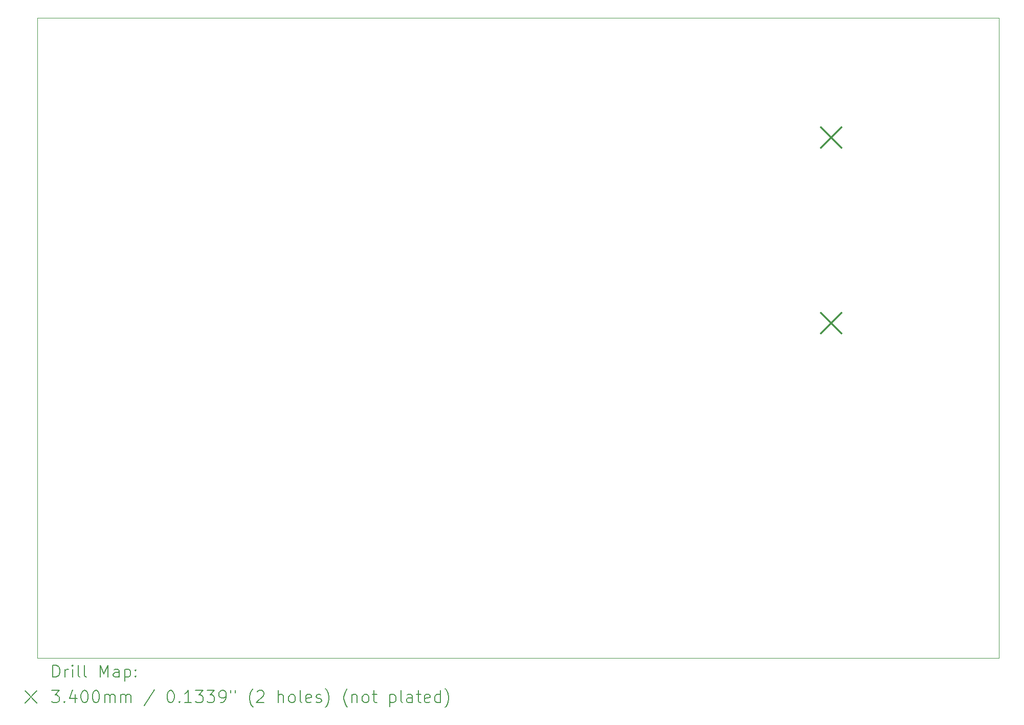
<source format=gbr>
%TF.GenerationSoftware,KiCad,Pcbnew,7.0.6*%
%TF.CreationDate,2023-11-30T13:04:14+07:00*%
%TF.ProjectId,testboard,74657374-626f-4617-9264-2e6b69636164,rev?*%
%TF.SameCoordinates,Original*%
%TF.FileFunction,Drillmap*%
%TF.FilePolarity,Positive*%
%FSLAX45Y45*%
G04 Gerber Fmt 4.5, Leading zero omitted, Abs format (unit mm)*
G04 Created by KiCad (PCBNEW 7.0.6) date 2023-11-30 13:04:14*
%MOMM*%
%LPD*%
G01*
G04 APERTURE LIST*
%ADD10C,0.100000*%
%ADD11C,0.200000*%
%ADD12C,0.340000*%
G04 APERTURE END LIST*
D10*
X8662000Y-4612000D02*
X24583000Y-4612000D01*
X24583000Y-15216000D01*
X8662000Y-15216000D01*
X8662000Y-4612000D01*
D11*
D12*
X21630750Y-6427500D02*
X21970750Y-6767500D01*
X21970750Y-6427500D02*
X21630750Y-6767500D01*
X21630750Y-9502500D02*
X21970750Y-9842500D01*
X21970750Y-9502500D02*
X21630750Y-9842500D01*
D11*
X8917777Y-15532484D02*
X8917777Y-15332484D01*
X8917777Y-15332484D02*
X8965396Y-15332484D01*
X8965396Y-15332484D02*
X8993967Y-15342008D01*
X8993967Y-15342008D02*
X9013015Y-15361055D01*
X9013015Y-15361055D02*
X9022539Y-15380103D01*
X9022539Y-15380103D02*
X9032063Y-15418198D01*
X9032063Y-15418198D02*
X9032063Y-15446769D01*
X9032063Y-15446769D02*
X9022539Y-15484865D01*
X9022539Y-15484865D02*
X9013015Y-15503912D01*
X9013015Y-15503912D02*
X8993967Y-15522960D01*
X8993967Y-15522960D02*
X8965396Y-15532484D01*
X8965396Y-15532484D02*
X8917777Y-15532484D01*
X9117777Y-15532484D02*
X9117777Y-15399150D01*
X9117777Y-15437246D02*
X9127301Y-15418198D01*
X9127301Y-15418198D02*
X9136824Y-15408674D01*
X9136824Y-15408674D02*
X9155872Y-15399150D01*
X9155872Y-15399150D02*
X9174920Y-15399150D01*
X9241586Y-15532484D02*
X9241586Y-15399150D01*
X9241586Y-15332484D02*
X9232063Y-15342008D01*
X9232063Y-15342008D02*
X9241586Y-15351531D01*
X9241586Y-15351531D02*
X9251110Y-15342008D01*
X9251110Y-15342008D02*
X9241586Y-15332484D01*
X9241586Y-15332484D02*
X9241586Y-15351531D01*
X9365396Y-15532484D02*
X9346348Y-15522960D01*
X9346348Y-15522960D02*
X9336824Y-15503912D01*
X9336824Y-15503912D02*
X9336824Y-15332484D01*
X9470158Y-15532484D02*
X9451110Y-15522960D01*
X9451110Y-15522960D02*
X9441586Y-15503912D01*
X9441586Y-15503912D02*
X9441586Y-15332484D01*
X9698729Y-15532484D02*
X9698729Y-15332484D01*
X9698729Y-15332484D02*
X9765396Y-15475341D01*
X9765396Y-15475341D02*
X9832063Y-15332484D01*
X9832063Y-15332484D02*
X9832063Y-15532484D01*
X10013015Y-15532484D02*
X10013015Y-15427722D01*
X10013015Y-15427722D02*
X10003491Y-15408674D01*
X10003491Y-15408674D02*
X9984444Y-15399150D01*
X9984444Y-15399150D02*
X9946348Y-15399150D01*
X9946348Y-15399150D02*
X9927301Y-15408674D01*
X10013015Y-15522960D02*
X9993967Y-15532484D01*
X9993967Y-15532484D02*
X9946348Y-15532484D01*
X9946348Y-15532484D02*
X9927301Y-15522960D01*
X9927301Y-15522960D02*
X9917777Y-15503912D01*
X9917777Y-15503912D02*
X9917777Y-15484865D01*
X9917777Y-15484865D02*
X9927301Y-15465817D01*
X9927301Y-15465817D02*
X9946348Y-15456293D01*
X9946348Y-15456293D02*
X9993967Y-15456293D01*
X9993967Y-15456293D02*
X10013015Y-15446769D01*
X10108253Y-15399150D02*
X10108253Y-15599150D01*
X10108253Y-15408674D02*
X10127301Y-15399150D01*
X10127301Y-15399150D02*
X10165396Y-15399150D01*
X10165396Y-15399150D02*
X10184444Y-15408674D01*
X10184444Y-15408674D02*
X10193967Y-15418198D01*
X10193967Y-15418198D02*
X10203491Y-15437246D01*
X10203491Y-15437246D02*
X10203491Y-15494388D01*
X10203491Y-15494388D02*
X10193967Y-15513436D01*
X10193967Y-15513436D02*
X10184444Y-15522960D01*
X10184444Y-15522960D02*
X10165396Y-15532484D01*
X10165396Y-15532484D02*
X10127301Y-15532484D01*
X10127301Y-15532484D02*
X10108253Y-15522960D01*
X10289205Y-15513436D02*
X10298729Y-15522960D01*
X10298729Y-15522960D02*
X10289205Y-15532484D01*
X10289205Y-15532484D02*
X10279682Y-15522960D01*
X10279682Y-15522960D02*
X10289205Y-15513436D01*
X10289205Y-15513436D02*
X10289205Y-15532484D01*
X10289205Y-15408674D02*
X10298729Y-15418198D01*
X10298729Y-15418198D02*
X10289205Y-15427722D01*
X10289205Y-15427722D02*
X10279682Y-15418198D01*
X10279682Y-15418198D02*
X10289205Y-15408674D01*
X10289205Y-15408674D02*
X10289205Y-15427722D01*
X8457000Y-15761000D02*
X8657000Y-15961000D01*
X8657000Y-15761000D02*
X8457000Y-15961000D01*
X8898729Y-15752484D02*
X9022539Y-15752484D01*
X9022539Y-15752484D02*
X8955872Y-15828674D01*
X8955872Y-15828674D02*
X8984444Y-15828674D01*
X8984444Y-15828674D02*
X9003491Y-15838198D01*
X9003491Y-15838198D02*
X9013015Y-15847722D01*
X9013015Y-15847722D02*
X9022539Y-15866769D01*
X9022539Y-15866769D02*
X9022539Y-15914388D01*
X9022539Y-15914388D02*
X9013015Y-15933436D01*
X9013015Y-15933436D02*
X9003491Y-15942960D01*
X9003491Y-15942960D02*
X8984444Y-15952484D01*
X8984444Y-15952484D02*
X8927301Y-15952484D01*
X8927301Y-15952484D02*
X8908253Y-15942960D01*
X8908253Y-15942960D02*
X8898729Y-15933436D01*
X9108253Y-15933436D02*
X9117777Y-15942960D01*
X9117777Y-15942960D02*
X9108253Y-15952484D01*
X9108253Y-15952484D02*
X9098729Y-15942960D01*
X9098729Y-15942960D02*
X9108253Y-15933436D01*
X9108253Y-15933436D02*
X9108253Y-15952484D01*
X9289205Y-15819150D02*
X9289205Y-15952484D01*
X9241586Y-15742960D02*
X9193967Y-15885817D01*
X9193967Y-15885817D02*
X9317777Y-15885817D01*
X9432063Y-15752484D02*
X9451110Y-15752484D01*
X9451110Y-15752484D02*
X9470158Y-15762008D01*
X9470158Y-15762008D02*
X9479682Y-15771531D01*
X9479682Y-15771531D02*
X9489205Y-15790579D01*
X9489205Y-15790579D02*
X9498729Y-15828674D01*
X9498729Y-15828674D02*
X9498729Y-15876293D01*
X9498729Y-15876293D02*
X9489205Y-15914388D01*
X9489205Y-15914388D02*
X9479682Y-15933436D01*
X9479682Y-15933436D02*
X9470158Y-15942960D01*
X9470158Y-15942960D02*
X9451110Y-15952484D01*
X9451110Y-15952484D02*
X9432063Y-15952484D01*
X9432063Y-15952484D02*
X9413015Y-15942960D01*
X9413015Y-15942960D02*
X9403491Y-15933436D01*
X9403491Y-15933436D02*
X9393967Y-15914388D01*
X9393967Y-15914388D02*
X9384444Y-15876293D01*
X9384444Y-15876293D02*
X9384444Y-15828674D01*
X9384444Y-15828674D02*
X9393967Y-15790579D01*
X9393967Y-15790579D02*
X9403491Y-15771531D01*
X9403491Y-15771531D02*
X9413015Y-15762008D01*
X9413015Y-15762008D02*
X9432063Y-15752484D01*
X9622539Y-15752484D02*
X9641586Y-15752484D01*
X9641586Y-15752484D02*
X9660634Y-15762008D01*
X9660634Y-15762008D02*
X9670158Y-15771531D01*
X9670158Y-15771531D02*
X9679682Y-15790579D01*
X9679682Y-15790579D02*
X9689205Y-15828674D01*
X9689205Y-15828674D02*
X9689205Y-15876293D01*
X9689205Y-15876293D02*
X9679682Y-15914388D01*
X9679682Y-15914388D02*
X9670158Y-15933436D01*
X9670158Y-15933436D02*
X9660634Y-15942960D01*
X9660634Y-15942960D02*
X9641586Y-15952484D01*
X9641586Y-15952484D02*
X9622539Y-15952484D01*
X9622539Y-15952484D02*
X9603491Y-15942960D01*
X9603491Y-15942960D02*
X9593967Y-15933436D01*
X9593967Y-15933436D02*
X9584444Y-15914388D01*
X9584444Y-15914388D02*
X9574920Y-15876293D01*
X9574920Y-15876293D02*
X9574920Y-15828674D01*
X9574920Y-15828674D02*
X9584444Y-15790579D01*
X9584444Y-15790579D02*
X9593967Y-15771531D01*
X9593967Y-15771531D02*
X9603491Y-15762008D01*
X9603491Y-15762008D02*
X9622539Y-15752484D01*
X9774920Y-15952484D02*
X9774920Y-15819150D01*
X9774920Y-15838198D02*
X9784444Y-15828674D01*
X9784444Y-15828674D02*
X9803491Y-15819150D01*
X9803491Y-15819150D02*
X9832063Y-15819150D01*
X9832063Y-15819150D02*
X9851110Y-15828674D01*
X9851110Y-15828674D02*
X9860634Y-15847722D01*
X9860634Y-15847722D02*
X9860634Y-15952484D01*
X9860634Y-15847722D02*
X9870158Y-15828674D01*
X9870158Y-15828674D02*
X9889205Y-15819150D01*
X9889205Y-15819150D02*
X9917777Y-15819150D01*
X9917777Y-15819150D02*
X9936825Y-15828674D01*
X9936825Y-15828674D02*
X9946348Y-15847722D01*
X9946348Y-15847722D02*
X9946348Y-15952484D01*
X10041586Y-15952484D02*
X10041586Y-15819150D01*
X10041586Y-15838198D02*
X10051110Y-15828674D01*
X10051110Y-15828674D02*
X10070158Y-15819150D01*
X10070158Y-15819150D02*
X10098729Y-15819150D01*
X10098729Y-15819150D02*
X10117777Y-15828674D01*
X10117777Y-15828674D02*
X10127301Y-15847722D01*
X10127301Y-15847722D02*
X10127301Y-15952484D01*
X10127301Y-15847722D02*
X10136825Y-15828674D01*
X10136825Y-15828674D02*
X10155872Y-15819150D01*
X10155872Y-15819150D02*
X10184444Y-15819150D01*
X10184444Y-15819150D02*
X10203491Y-15828674D01*
X10203491Y-15828674D02*
X10213015Y-15847722D01*
X10213015Y-15847722D02*
X10213015Y-15952484D01*
X10603491Y-15742960D02*
X10432063Y-16000103D01*
X10860634Y-15752484D02*
X10879682Y-15752484D01*
X10879682Y-15752484D02*
X10898729Y-15762008D01*
X10898729Y-15762008D02*
X10908253Y-15771531D01*
X10908253Y-15771531D02*
X10917777Y-15790579D01*
X10917777Y-15790579D02*
X10927301Y-15828674D01*
X10927301Y-15828674D02*
X10927301Y-15876293D01*
X10927301Y-15876293D02*
X10917777Y-15914388D01*
X10917777Y-15914388D02*
X10908253Y-15933436D01*
X10908253Y-15933436D02*
X10898729Y-15942960D01*
X10898729Y-15942960D02*
X10879682Y-15952484D01*
X10879682Y-15952484D02*
X10860634Y-15952484D01*
X10860634Y-15952484D02*
X10841587Y-15942960D01*
X10841587Y-15942960D02*
X10832063Y-15933436D01*
X10832063Y-15933436D02*
X10822539Y-15914388D01*
X10822539Y-15914388D02*
X10813015Y-15876293D01*
X10813015Y-15876293D02*
X10813015Y-15828674D01*
X10813015Y-15828674D02*
X10822539Y-15790579D01*
X10822539Y-15790579D02*
X10832063Y-15771531D01*
X10832063Y-15771531D02*
X10841587Y-15762008D01*
X10841587Y-15762008D02*
X10860634Y-15752484D01*
X11013015Y-15933436D02*
X11022539Y-15942960D01*
X11022539Y-15942960D02*
X11013015Y-15952484D01*
X11013015Y-15952484D02*
X11003491Y-15942960D01*
X11003491Y-15942960D02*
X11013015Y-15933436D01*
X11013015Y-15933436D02*
X11013015Y-15952484D01*
X11213015Y-15952484D02*
X11098729Y-15952484D01*
X11155872Y-15952484D02*
X11155872Y-15752484D01*
X11155872Y-15752484D02*
X11136825Y-15781055D01*
X11136825Y-15781055D02*
X11117777Y-15800103D01*
X11117777Y-15800103D02*
X11098729Y-15809627D01*
X11279682Y-15752484D02*
X11403491Y-15752484D01*
X11403491Y-15752484D02*
X11336825Y-15828674D01*
X11336825Y-15828674D02*
X11365396Y-15828674D01*
X11365396Y-15828674D02*
X11384444Y-15838198D01*
X11384444Y-15838198D02*
X11393967Y-15847722D01*
X11393967Y-15847722D02*
X11403491Y-15866769D01*
X11403491Y-15866769D02*
X11403491Y-15914388D01*
X11403491Y-15914388D02*
X11393967Y-15933436D01*
X11393967Y-15933436D02*
X11384444Y-15942960D01*
X11384444Y-15942960D02*
X11365396Y-15952484D01*
X11365396Y-15952484D02*
X11308253Y-15952484D01*
X11308253Y-15952484D02*
X11289206Y-15942960D01*
X11289206Y-15942960D02*
X11279682Y-15933436D01*
X11470158Y-15752484D02*
X11593967Y-15752484D01*
X11593967Y-15752484D02*
X11527301Y-15828674D01*
X11527301Y-15828674D02*
X11555872Y-15828674D01*
X11555872Y-15828674D02*
X11574920Y-15838198D01*
X11574920Y-15838198D02*
X11584444Y-15847722D01*
X11584444Y-15847722D02*
X11593967Y-15866769D01*
X11593967Y-15866769D02*
X11593967Y-15914388D01*
X11593967Y-15914388D02*
X11584444Y-15933436D01*
X11584444Y-15933436D02*
X11574920Y-15942960D01*
X11574920Y-15942960D02*
X11555872Y-15952484D01*
X11555872Y-15952484D02*
X11498729Y-15952484D01*
X11498729Y-15952484D02*
X11479682Y-15942960D01*
X11479682Y-15942960D02*
X11470158Y-15933436D01*
X11689206Y-15952484D02*
X11727301Y-15952484D01*
X11727301Y-15952484D02*
X11746348Y-15942960D01*
X11746348Y-15942960D02*
X11755872Y-15933436D01*
X11755872Y-15933436D02*
X11774920Y-15904865D01*
X11774920Y-15904865D02*
X11784444Y-15866769D01*
X11784444Y-15866769D02*
X11784444Y-15790579D01*
X11784444Y-15790579D02*
X11774920Y-15771531D01*
X11774920Y-15771531D02*
X11765396Y-15762008D01*
X11765396Y-15762008D02*
X11746348Y-15752484D01*
X11746348Y-15752484D02*
X11708253Y-15752484D01*
X11708253Y-15752484D02*
X11689206Y-15762008D01*
X11689206Y-15762008D02*
X11679682Y-15771531D01*
X11679682Y-15771531D02*
X11670158Y-15790579D01*
X11670158Y-15790579D02*
X11670158Y-15838198D01*
X11670158Y-15838198D02*
X11679682Y-15857246D01*
X11679682Y-15857246D02*
X11689206Y-15866769D01*
X11689206Y-15866769D02*
X11708253Y-15876293D01*
X11708253Y-15876293D02*
X11746348Y-15876293D01*
X11746348Y-15876293D02*
X11765396Y-15866769D01*
X11765396Y-15866769D02*
X11774920Y-15857246D01*
X11774920Y-15857246D02*
X11784444Y-15838198D01*
X11860634Y-15752484D02*
X11860634Y-15790579D01*
X11936825Y-15752484D02*
X11936825Y-15790579D01*
X12232063Y-16028674D02*
X12222539Y-16019150D01*
X12222539Y-16019150D02*
X12203491Y-15990579D01*
X12203491Y-15990579D02*
X12193968Y-15971531D01*
X12193968Y-15971531D02*
X12184444Y-15942960D01*
X12184444Y-15942960D02*
X12174920Y-15895341D01*
X12174920Y-15895341D02*
X12174920Y-15857246D01*
X12174920Y-15857246D02*
X12184444Y-15809627D01*
X12184444Y-15809627D02*
X12193968Y-15781055D01*
X12193968Y-15781055D02*
X12203491Y-15762008D01*
X12203491Y-15762008D02*
X12222539Y-15733436D01*
X12222539Y-15733436D02*
X12232063Y-15723912D01*
X12298729Y-15771531D02*
X12308253Y-15762008D01*
X12308253Y-15762008D02*
X12327301Y-15752484D01*
X12327301Y-15752484D02*
X12374920Y-15752484D01*
X12374920Y-15752484D02*
X12393968Y-15762008D01*
X12393968Y-15762008D02*
X12403491Y-15771531D01*
X12403491Y-15771531D02*
X12413015Y-15790579D01*
X12413015Y-15790579D02*
X12413015Y-15809627D01*
X12413015Y-15809627D02*
X12403491Y-15838198D01*
X12403491Y-15838198D02*
X12289206Y-15952484D01*
X12289206Y-15952484D02*
X12413015Y-15952484D01*
X12651110Y-15952484D02*
X12651110Y-15752484D01*
X12736825Y-15952484D02*
X12736825Y-15847722D01*
X12736825Y-15847722D02*
X12727301Y-15828674D01*
X12727301Y-15828674D02*
X12708253Y-15819150D01*
X12708253Y-15819150D02*
X12679682Y-15819150D01*
X12679682Y-15819150D02*
X12660634Y-15828674D01*
X12660634Y-15828674D02*
X12651110Y-15838198D01*
X12860634Y-15952484D02*
X12841587Y-15942960D01*
X12841587Y-15942960D02*
X12832063Y-15933436D01*
X12832063Y-15933436D02*
X12822539Y-15914388D01*
X12822539Y-15914388D02*
X12822539Y-15857246D01*
X12822539Y-15857246D02*
X12832063Y-15838198D01*
X12832063Y-15838198D02*
X12841587Y-15828674D01*
X12841587Y-15828674D02*
X12860634Y-15819150D01*
X12860634Y-15819150D02*
X12889206Y-15819150D01*
X12889206Y-15819150D02*
X12908253Y-15828674D01*
X12908253Y-15828674D02*
X12917777Y-15838198D01*
X12917777Y-15838198D02*
X12927301Y-15857246D01*
X12927301Y-15857246D02*
X12927301Y-15914388D01*
X12927301Y-15914388D02*
X12917777Y-15933436D01*
X12917777Y-15933436D02*
X12908253Y-15942960D01*
X12908253Y-15942960D02*
X12889206Y-15952484D01*
X12889206Y-15952484D02*
X12860634Y-15952484D01*
X13041587Y-15952484D02*
X13022539Y-15942960D01*
X13022539Y-15942960D02*
X13013015Y-15923912D01*
X13013015Y-15923912D02*
X13013015Y-15752484D01*
X13193968Y-15942960D02*
X13174920Y-15952484D01*
X13174920Y-15952484D02*
X13136825Y-15952484D01*
X13136825Y-15952484D02*
X13117777Y-15942960D01*
X13117777Y-15942960D02*
X13108253Y-15923912D01*
X13108253Y-15923912D02*
X13108253Y-15847722D01*
X13108253Y-15847722D02*
X13117777Y-15828674D01*
X13117777Y-15828674D02*
X13136825Y-15819150D01*
X13136825Y-15819150D02*
X13174920Y-15819150D01*
X13174920Y-15819150D02*
X13193968Y-15828674D01*
X13193968Y-15828674D02*
X13203491Y-15847722D01*
X13203491Y-15847722D02*
X13203491Y-15866769D01*
X13203491Y-15866769D02*
X13108253Y-15885817D01*
X13279682Y-15942960D02*
X13298730Y-15952484D01*
X13298730Y-15952484D02*
X13336825Y-15952484D01*
X13336825Y-15952484D02*
X13355872Y-15942960D01*
X13355872Y-15942960D02*
X13365396Y-15923912D01*
X13365396Y-15923912D02*
X13365396Y-15914388D01*
X13365396Y-15914388D02*
X13355872Y-15895341D01*
X13355872Y-15895341D02*
X13336825Y-15885817D01*
X13336825Y-15885817D02*
X13308253Y-15885817D01*
X13308253Y-15885817D02*
X13289206Y-15876293D01*
X13289206Y-15876293D02*
X13279682Y-15857246D01*
X13279682Y-15857246D02*
X13279682Y-15847722D01*
X13279682Y-15847722D02*
X13289206Y-15828674D01*
X13289206Y-15828674D02*
X13308253Y-15819150D01*
X13308253Y-15819150D02*
X13336825Y-15819150D01*
X13336825Y-15819150D02*
X13355872Y-15828674D01*
X13432063Y-16028674D02*
X13441587Y-16019150D01*
X13441587Y-16019150D02*
X13460634Y-15990579D01*
X13460634Y-15990579D02*
X13470158Y-15971531D01*
X13470158Y-15971531D02*
X13479682Y-15942960D01*
X13479682Y-15942960D02*
X13489206Y-15895341D01*
X13489206Y-15895341D02*
X13489206Y-15857246D01*
X13489206Y-15857246D02*
X13479682Y-15809627D01*
X13479682Y-15809627D02*
X13470158Y-15781055D01*
X13470158Y-15781055D02*
X13460634Y-15762008D01*
X13460634Y-15762008D02*
X13441587Y-15733436D01*
X13441587Y-15733436D02*
X13432063Y-15723912D01*
X13793968Y-16028674D02*
X13784444Y-16019150D01*
X13784444Y-16019150D02*
X13765396Y-15990579D01*
X13765396Y-15990579D02*
X13755872Y-15971531D01*
X13755872Y-15971531D02*
X13746349Y-15942960D01*
X13746349Y-15942960D02*
X13736825Y-15895341D01*
X13736825Y-15895341D02*
X13736825Y-15857246D01*
X13736825Y-15857246D02*
X13746349Y-15809627D01*
X13746349Y-15809627D02*
X13755872Y-15781055D01*
X13755872Y-15781055D02*
X13765396Y-15762008D01*
X13765396Y-15762008D02*
X13784444Y-15733436D01*
X13784444Y-15733436D02*
X13793968Y-15723912D01*
X13870158Y-15819150D02*
X13870158Y-15952484D01*
X13870158Y-15838198D02*
X13879682Y-15828674D01*
X13879682Y-15828674D02*
X13898730Y-15819150D01*
X13898730Y-15819150D02*
X13927301Y-15819150D01*
X13927301Y-15819150D02*
X13946349Y-15828674D01*
X13946349Y-15828674D02*
X13955872Y-15847722D01*
X13955872Y-15847722D02*
X13955872Y-15952484D01*
X14079682Y-15952484D02*
X14060634Y-15942960D01*
X14060634Y-15942960D02*
X14051111Y-15933436D01*
X14051111Y-15933436D02*
X14041587Y-15914388D01*
X14041587Y-15914388D02*
X14041587Y-15857246D01*
X14041587Y-15857246D02*
X14051111Y-15838198D01*
X14051111Y-15838198D02*
X14060634Y-15828674D01*
X14060634Y-15828674D02*
X14079682Y-15819150D01*
X14079682Y-15819150D02*
X14108253Y-15819150D01*
X14108253Y-15819150D02*
X14127301Y-15828674D01*
X14127301Y-15828674D02*
X14136825Y-15838198D01*
X14136825Y-15838198D02*
X14146349Y-15857246D01*
X14146349Y-15857246D02*
X14146349Y-15914388D01*
X14146349Y-15914388D02*
X14136825Y-15933436D01*
X14136825Y-15933436D02*
X14127301Y-15942960D01*
X14127301Y-15942960D02*
X14108253Y-15952484D01*
X14108253Y-15952484D02*
X14079682Y-15952484D01*
X14203492Y-15819150D02*
X14279682Y-15819150D01*
X14232063Y-15752484D02*
X14232063Y-15923912D01*
X14232063Y-15923912D02*
X14241587Y-15942960D01*
X14241587Y-15942960D02*
X14260634Y-15952484D01*
X14260634Y-15952484D02*
X14279682Y-15952484D01*
X14498730Y-15819150D02*
X14498730Y-16019150D01*
X14498730Y-15828674D02*
X14517777Y-15819150D01*
X14517777Y-15819150D02*
X14555873Y-15819150D01*
X14555873Y-15819150D02*
X14574920Y-15828674D01*
X14574920Y-15828674D02*
X14584444Y-15838198D01*
X14584444Y-15838198D02*
X14593968Y-15857246D01*
X14593968Y-15857246D02*
X14593968Y-15914388D01*
X14593968Y-15914388D02*
X14584444Y-15933436D01*
X14584444Y-15933436D02*
X14574920Y-15942960D01*
X14574920Y-15942960D02*
X14555873Y-15952484D01*
X14555873Y-15952484D02*
X14517777Y-15952484D01*
X14517777Y-15952484D02*
X14498730Y-15942960D01*
X14708253Y-15952484D02*
X14689206Y-15942960D01*
X14689206Y-15942960D02*
X14679682Y-15923912D01*
X14679682Y-15923912D02*
X14679682Y-15752484D01*
X14870158Y-15952484D02*
X14870158Y-15847722D01*
X14870158Y-15847722D02*
X14860634Y-15828674D01*
X14860634Y-15828674D02*
X14841587Y-15819150D01*
X14841587Y-15819150D02*
X14803492Y-15819150D01*
X14803492Y-15819150D02*
X14784444Y-15828674D01*
X14870158Y-15942960D02*
X14851111Y-15952484D01*
X14851111Y-15952484D02*
X14803492Y-15952484D01*
X14803492Y-15952484D02*
X14784444Y-15942960D01*
X14784444Y-15942960D02*
X14774920Y-15923912D01*
X14774920Y-15923912D02*
X14774920Y-15904865D01*
X14774920Y-15904865D02*
X14784444Y-15885817D01*
X14784444Y-15885817D02*
X14803492Y-15876293D01*
X14803492Y-15876293D02*
X14851111Y-15876293D01*
X14851111Y-15876293D02*
X14870158Y-15866769D01*
X14936825Y-15819150D02*
X15013015Y-15819150D01*
X14965396Y-15752484D02*
X14965396Y-15923912D01*
X14965396Y-15923912D02*
X14974920Y-15942960D01*
X14974920Y-15942960D02*
X14993968Y-15952484D01*
X14993968Y-15952484D02*
X15013015Y-15952484D01*
X15155873Y-15942960D02*
X15136825Y-15952484D01*
X15136825Y-15952484D02*
X15098730Y-15952484D01*
X15098730Y-15952484D02*
X15079682Y-15942960D01*
X15079682Y-15942960D02*
X15070158Y-15923912D01*
X15070158Y-15923912D02*
X15070158Y-15847722D01*
X15070158Y-15847722D02*
X15079682Y-15828674D01*
X15079682Y-15828674D02*
X15098730Y-15819150D01*
X15098730Y-15819150D02*
X15136825Y-15819150D01*
X15136825Y-15819150D02*
X15155873Y-15828674D01*
X15155873Y-15828674D02*
X15165396Y-15847722D01*
X15165396Y-15847722D02*
X15165396Y-15866769D01*
X15165396Y-15866769D02*
X15070158Y-15885817D01*
X15336825Y-15952484D02*
X15336825Y-15752484D01*
X15336825Y-15942960D02*
X15317777Y-15952484D01*
X15317777Y-15952484D02*
X15279682Y-15952484D01*
X15279682Y-15952484D02*
X15260634Y-15942960D01*
X15260634Y-15942960D02*
X15251111Y-15933436D01*
X15251111Y-15933436D02*
X15241587Y-15914388D01*
X15241587Y-15914388D02*
X15241587Y-15857246D01*
X15241587Y-15857246D02*
X15251111Y-15838198D01*
X15251111Y-15838198D02*
X15260634Y-15828674D01*
X15260634Y-15828674D02*
X15279682Y-15819150D01*
X15279682Y-15819150D02*
X15317777Y-15819150D01*
X15317777Y-15819150D02*
X15336825Y-15828674D01*
X15413015Y-16028674D02*
X15422539Y-16019150D01*
X15422539Y-16019150D02*
X15441587Y-15990579D01*
X15441587Y-15990579D02*
X15451111Y-15971531D01*
X15451111Y-15971531D02*
X15460634Y-15942960D01*
X15460634Y-15942960D02*
X15470158Y-15895341D01*
X15470158Y-15895341D02*
X15470158Y-15857246D01*
X15470158Y-15857246D02*
X15460634Y-15809627D01*
X15460634Y-15809627D02*
X15451111Y-15781055D01*
X15451111Y-15781055D02*
X15441587Y-15762008D01*
X15441587Y-15762008D02*
X15422539Y-15733436D01*
X15422539Y-15733436D02*
X15413015Y-15723912D01*
M02*

</source>
